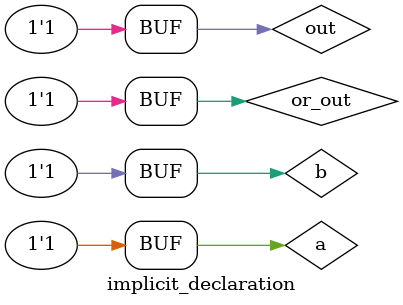
<source format=v>
`timescale 1ns / 1ps


module implicit_declaration();
reg a,b;
wire out;
assign or_out= a|b;
assign out=or_out;
initial begin
a=0;b=0;#10;
a=0;b=1;#10;
a=1;b=0;#10;
a=1;b=1;#10;
end
endmodule

</source>
